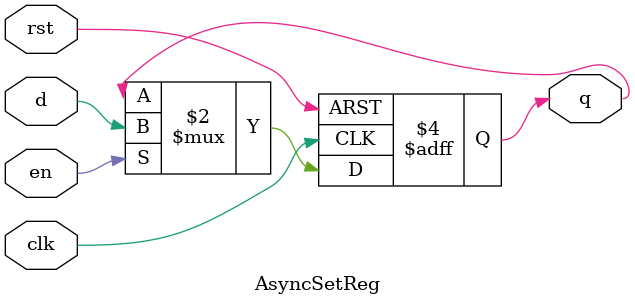
<source format=v>


/** This black-boxes an Async Set
  * Reg.
  *  
  * Because Chisel doesn't support
  * parameterized black boxes, 
  * we unfortunately have to 
  * instantiate a number of these.
  *  
  * We also have to hard-code the set/reset.
  *  
  *  Do not confuse an asynchronous
  *  reset signal with an asynchronously
  *  reset reg. You should still 
  *  properly synchronize your reset 
  *  deassertion.
  *  
  *  @param d Data input
  *  @param q Data Output
  *  @param clk Clock Input
  *  @param rst Reset Input
  *  @param en Write Enable Input
  * 
  */

module AsyncSetReg (
                      input      d,
                      output reg q,
                      input en,
                    
                      input      clk,
                      input      rst);
   
   always @(posedge clk or posedge rst) begin

      if (rst) begin
         q <= 1'b1;
      end else if (en) begin
         q <= d;
      end
   
   end
   

endmodule // AsyncSetReg


</source>
